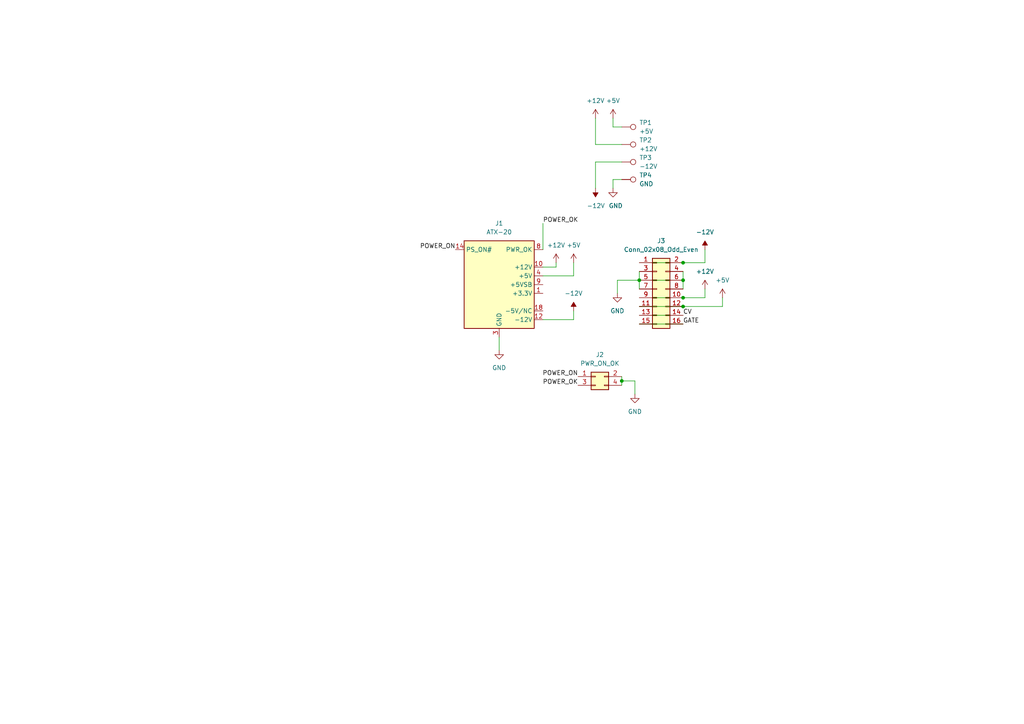
<source format=kicad_sch>
(kicad_sch (version 20211123) (generator eeschema)
  (paper "A4")
  (lib_symbols
    (symbol "Connector:ATX-20"
      (property "Reference" "J" (at -8.89 13.97 0))
      (property "Value" "ATX-20" (at 6.35 13.97 0))
      (symbol "ATX-20_0_1"
        (rectangle (start -10.16 12.7) (end 10.16 -12.7) (stroke (width 0.254)) (fill (type background)))
      )
      (symbol "ATX-20_1_1"
        (pin power_out line (at 12.7 -2.54 180) (length 2.54) (name "+3.3V") (number "1"))
        (pin power_out line (at 12.7 5.08 180) (length 2.54) (name "+12V") (number "10"))
        (pin passive line (at 12.7 -2.54 180) (length 2.54) hide (name "+3.3V") (number "11"))
        (pin power_out line (at 12.7 -10.16 180) (length 2.54) (name "-12V") (number "12"))
        (pin passive line (at 0 -15.24 90) (length 2.54) hide (name "GND") (number "13"))
        (pin open_collector line (at -12.7 10.16 0) (length 2.54) (name "PS_ON#") (number "14"))
        (pin passive line (at 0 -15.24 90) (length 2.54) hide (name "GND") (number "15"))
        (pin passive line (at 0 -15.24 90) (length 2.54) hide (name "GND") (number "16"))
        (pin passive line (at 0 -15.24 90) (length 2.54) hide (name "GND") (number "17"))
        (pin power_out line (at 12.7 -7.62 180) (length 2.54) (name "-5V/NC") (number "18"))
        (pin passive line (at 12.7 2.54 180) (length 2.54) hide (name "+5V") (number "19"))
        (pin passive line (at 12.7 -2.54 180) (length 2.54) hide (name "+3.3V") (number "2"))
        (pin passive line (at 12.7 2.54 180) (length 2.54) hide (name "+5V") (number "20"))
        (pin power_out line (at 0 -15.24 90) (length 2.54) (name "GND") (number "3"))
        (pin power_out line (at 12.7 2.54 180) (length 2.54) (name "+5V") (number "4"))
        (pin passive line (at 0 -15.24 90) (length 2.54) hide (name "GND") (number "5"))
        (pin passive line (at 12.7 2.54 180) (length 2.54) hide (name "+5V") (number "6"))
        (pin passive line (at 0 -15.24 90) (length 2.54) hide (name "GND") (number "7"))
        (pin output line (at 12.7 10.16 180) (length 2.54) (name "PWR_OK") (number "8"))
        (pin power_out line (at 12.7 0 180) (length 2.54) (name "+5VSB") (number "9"))
      )
    )
    (symbol "Connector:TestPoint" (pin_numbers hide) (pin_names (offset 0.762) hide)
      (property "Reference" "TP" (at 0 6.858 0))
      (property "Value" "TestPoint" (at 0 5.08 0))
      (symbol "TestPoint_0_1"
        (circle (center 0 3.302) (radius 0.762))
      )
      (symbol "TestPoint_1_1"
        (pin passive line (at 0 0 90) (length 2.54) (name "1") (number "1"))
      )
    )
    (symbol "Connector_Generic:Conn_02x02_Odd_Even" (pin_names (offset 1.016) hide)
      (property "Reference" "J" (at 1.27 2.54 0))
      (property "Value" "Conn_02x02_Odd_Even" (at 1.27 -5.08 0))
      (symbol "Conn_02x02_Odd_Even_1_1"
        (rectangle (start -1.27 -2.413) (end 0 -2.667) (stroke (width 0.1524)))
        (rectangle (start -1.27 0.127) (end 0 -0.127) (stroke (width 0.1524)))
        (rectangle (start -1.27 1.27) (end 3.81 -3.81) (stroke (width 0.254)) (fill (type background)))
        (rectangle (start 3.81 -2.413) (end 2.54 -2.667) (stroke (width 0.1524)))
        (rectangle (start 3.81 0.127) (end 2.54 -0.127) (stroke (width 0.1524)))
        (pin passive line (at -5.08 0 0) (length 3.81) (name "Pin_1") (number "1"))
        (pin passive line (at 7.62 0 180) (length 3.81) (name "Pin_2") (number "2"))
        (pin passive line (at -5.08 -2.54 0) (length 3.81) (name "Pin_3") (number "3"))
        (pin passive line (at 7.62 -2.54 180) (length 3.81) (name "Pin_4") (number "4"))
      )
    )
    (symbol "Connector_Generic:Conn_02x08_Odd_Even" (pin_names (offset 1.016) hide)
      (property "Reference" "J" (at 1.27 10.16 0))
      (property "Value" "Conn_02x08_Odd_Even" (at 1.27 -12.7 0))
      (symbol "Conn_02x08_Odd_Even_1_1"
        (rectangle (start -1.27 -10.033) (end 0 -10.287) (stroke (width 0.1524)))
        (rectangle (start -1.27 -7.493) (end 0 -7.747) (stroke (width 0.1524)))
        (rectangle (start -1.27 -4.953) (end 0 -5.207) (stroke (width 0.1524)))
        (rectangle (start -1.27 -2.413) (end 0 -2.667) (stroke (width 0.1524)))
        (rectangle (start -1.27 0.127) (end 0 -0.127) (stroke (width 0.1524)))
        (rectangle (start -1.27 2.667) (end 0 2.413) (stroke (width 0.1524)))
        (rectangle (start -1.27 5.207) (end 0 4.953) (stroke (width 0.1524)))
        (rectangle (start -1.27 7.747) (end 0 7.493) (stroke (width 0.1524)))
        (rectangle (start -1.27 8.89) (end 3.81 -11.43) (stroke (width 0.254)) (fill (type background)))
        (rectangle (start 3.81 -10.033) (end 2.54 -10.287) (stroke (width 0.1524)))
        (rectangle (start 3.81 -7.493) (end 2.54 -7.747) (stroke (width 0.1524)))
        (rectangle (start 3.81 -4.953) (end 2.54 -5.207) (stroke (width 0.1524)))
        (rectangle (start 3.81 -2.413) (end 2.54 -2.667) (stroke (width 0.1524)))
        (rectangle (start 3.81 0.127) (end 2.54 -0.127) (stroke (width 0.1524)))
        (rectangle (start 3.81 2.667) (end 2.54 2.413) (stroke (width 0.1524)))
        (rectangle (start 3.81 5.207) (end 2.54 4.953) (stroke (width 0.1524)))
        (rectangle (start 3.81 7.747) (end 2.54 7.493) (stroke (width 0.1524)))
        (pin passive line (at -5.08 7.62 0) (length 3.81) (name "Pin_1") (number "1"))
        (pin passive line (at 7.62 -2.54 180) (length 3.81) (name "Pin_10") (number "10"))
        (pin passive line (at -5.08 -5.08 0) (length 3.81) (name "Pin_11") (number "11"))
        (pin passive line (at 7.62 -5.08 180) (length 3.81) (name "Pin_12") (number "12"))
        (pin passive line (at -5.08 -7.62 0) (length 3.81) (name "Pin_13") (number "13"))
        (pin passive line (at 7.62 -7.62 180) (length 3.81) (name "Pin_14") (number "14"))
        (pin passive line (at -5.08 -10.16 0) (length 3.81) (name "Pin_15") (number "15"))
        (pin passive line (at 7.62 -10.16 180) (length 3.81) (name "Pin_16") (number "16"))
        (pin passive line (at 7.62 7.62 180) (length 3.81) (name "Pin_2") (number "2"))
        (pin passive line (at -5.08 5.08 0) (length 3.81) (name "Pin_3") (number "3"))
        (pin passive line (at 7.62 5.08 180) (length 3.81) (name "Pin_4") (number "4"))
        (pin passive line (at -5.08 2.54 0) (length 3.81) (name "Pin_5") (number "5"))
        (pin passive line (at 7.62 2.54 180) (length 3.81) (name "Pin_6") (number "6"))
        (pin passive line (at -5.08 0 0) (length 3.81) (name "Pin_7") (number "7"))
        (pin passive line (at 7.62 0 180) (length 3.81) (name "Pin_8") (number "8"))
        (pin passive line (at -5.08 -2.54 0) (length 3.81) (name "Pin_9") (number "9"))
      )
    )
    (symbol "power:+12V" (power) (pin_names (offset 0))
      (property "Value" "+12V" (at 0 3.556 0))
      (symbol "+12V_0_1"
        (polyline (pts (xy -0.762 1.27) (xy 0 2.54)))
        (polyline (pts (xy 0 0) (xy 0 2.54)))
        (polyline (pts (xy 0 2.54) (xy 0.762 1.27)))
      )
      (symbol "+12V_1_1"
        (pin power_in line (at 0 0 90) (length 0) hide (name "+12V") (number "1"))
      )
    )
    (symbol "power:+5V" (power) (pin_names (offset 0))
      (property "Value" "+5V" (at 0 3.556 0))
      (symbol "+5V_0_1"
        (polyline (pts (xy -0.762 1.27) (xy 0 2.54)))
        (polyline (pts (xy 0 0) (xy 0 2.54)))
        (polyline (pts (xy 0 2.54) (xy 0.762 1.27)))
      )
      (symbol "+5V_1_1"
        (pin power_in line (at 0 0 90) (length 0) hide (name "+5V") (number "1"))
      )
    )
    (symbol "power:-12V" (power) (pin_names (offset 0))
      (property "Value" "-12V" (at 0 3.81 0))
      (symbol "-12V_0_0"
        (pin power_in line (at 0 0 90) (length 0) hide (name "-12V") (number "1"))
      )
      (symbol "-12V_0_1"
        (polyline (pts (xy 0 0) (xy 0 1.27) (xy 0.762 1.27) (xy 0 2.54) (xy -0.762 1.27) (xy 0 1.27)) (fill (type outline)))
      )
    )
    (symbol "power:GND" (power) (pin_names (offset 0))
      (property "Value" "GND" (at 0 -3.81 0))
      (symbol "GND_0_1"
        (polyline (pts (xy 0 0) (xy 0 -1.27) (xy 1.27 -1.27) (xy 0 -2.54) (xy -1.27 -1.27) (xy 0 -1.27)))
      )
      (symbol "GND_1_1"
        (pin power_in line (at 0 0 270) (length 0) hide (name "GND") (number "1"))
      )
    )
  )
  (junction (at 198.12 76.2))
  (junction (at 198.12 88.9))
  (junction (at 180.34 110.49))
  (junction (at 198.12 81.28))
  (junction (at 198.12 86.36))
  (junction (at 185.42 81.28))
  (wire (pts (xy 204.47 76.2) (xy 204.47 72.39)))
  (wire (pts (xy 209.55 88.9) (xy 209.55 86.36)))
  (wire (pts (xy 185.42 81.28) (xy 185.42 83.82)))
  (wire (pts (xy 177.8 36.83) (xy 177.8 34.29)))
  (wire (pts (xy 172.72 34.29) (xy 172.72 41.91)))
  (wire (pts (xy 180.34 110.49) (xy 180.34 111.76)))
  (wire (pts (xy 157.48 92.71) (xy 166.37 92.71)))
  (wire (pts (xy 198.12 81.28) (xy 198.12 83.82)))
  (wire (pts (xy 185.42 81.28) (xy 179.07 81.28)))
  (wire (pts (xy 204.47 86.36) (xy 204.47 83.82)))
  (wire (pts (xy 144.78 97.79) (xy 144.78 101.6)))
  (wire (pts (xy 185.42 86.36) (xy 198.12 86.36)))
  (wire (pts (xy 198.12 88.9) (xy 209.55 88.9)))
  (wire (pts (xy 185.42 81.28) (xy 198.12 81.28)))
  (wire (pts (xy 166.37 92.71) (xy 166.37 90.17)))
  (wire (pts (xy 166.37 76.2) (xy 166.37 80.01)))
  (wire (pts (xy 180.34 110.49) (xy 184.15 110.49)))
  (wire (pts (xy 172.72 46.99) (xy 180.34 46.99)))
  (wire (pts (xy 166.37 80.01) (xy 157.48 80.01)))
  (wire (pts (xy 180.34 109.22) (xy 180.34 110.49)))
  (wire (pts (xy 185.42 93.98) (xy 198.12 93.98)))
  (wire (pts (xy 172.72 41.91) (xy 180.34 41.91)))
  (wire (pts (xy 180.34 52.07) (xy 177.8 52.07)))
  (wire (pts (xy 185.42 91.44) (xy 198.12 91.44)))
  (wire (pts (xy 198.12 78.74) (xy 198.12 81.28)))
  (wire (pts (xy 185.42 76.2) (xy 198.12 76.2)))
  (wire (pts (xy 185.42 78.74) (xy 185.42 81.28)))
  (wire (pts (xy 184.15 110.49) (xy 184.15 114.3)))
  (wire (pts (xy 180.34 36.83) (xy 177.8 36.83)))
  (wire (pts (xy 198.12 86.36) (xy 204.47 86.36)))
  (wire (pts (xy 179.07 81.28) (xy 179.07 85.09)))
  (wire (pts (xy 157.48 77.47) (xy 161.29 77.47)))
  (wire (pts (xy 172.72 54.61) (xy 172.72 46.99)))
  (wire (pts (xy 157.48 64.77) (xy 157.48 72.39)))
  (wire (pts (xy 177.8 52.07) (xy 177.8 54.61)))
  (wire (pts (xy 185.42 88.9) (xy 198.12 88.9)))
  (wire (pts (xy 198.12 76.2) (xy 204.47 76.2)))
  (wire (pts (xy 161.29 77.47) (xy 161.29 76.2)))
  (label "POWER_ON" (at 167.64 109.22 180))
  (label "CV" (at 198.12 91.44 0))
  (label "POWER_OK" (at 167.64 111.76 180))
  (label "POWER_OK" (at 157.48 64.77 0))
  (label "POWER_ON" (at 132.08 72.39 180))
  (label "GATE" (at 198.12 93.98 0))
  (symbol (lib_id "power:+12V") (at 172.72 34.29 0) (unit 1)
    (property "Reference" "#PWR0107" (effects hide))
    (property "Value" "+12V" (at 172.72 29.21 0))
  )
  (symbol (lib_id "power:+5V") (at 209.55 86.36 0) (unit 1)
    (property "Reference" "#PWR0101" (effects hide))
    (property "Value" "+5V" (at 209.55 81.28 0))
  )
  (symbol (lib_id "power:+5V") (at 166.37 76.2 0) (unit 1)
    (property "Reference" "#PWR0112" (effects hide))
    (property "Value" "+5V" (at 166.37 71.12 0))
  )
  (symbol (lib_id "power:GND") (at 184.15 114.3 0) (unit 1)
    (property "Reference" "#PWR0113" (effects hide))
    (property "Value" "GND" (at 184.15 119.38 0))
  )
  (symbol (lib_id "Connector:TestPoint") (at 180.34 41.91 270) (unit 1)
    (property "Reference" "TP2" (at 185.42 40.6399 90) (effects (justify left)))
    (property "Value" "+12V" (at 185.42 43.1799 90) (effects (justify left)))
    (property "Footprint" "TestPoint:TestPoint_Pad_D4.0mm" (effects hide))
  )
  (symbol (lib_id "power:+12V") (at 204.47 83.82 0) (unit 1)
    (property "Reference" "#PWR0102" (effects hide))
    (property "Value" "+12V" (at 204.47 78.74 0))
  )
  (symbol (lib_id "Connector_Generic:Conn_02x08_Odd_Even") (at 190.5 83.82 0) (unit 1)
    (property "Reference" "J3" (at 191.77 69.85 0))
    (property "Value" "Conn_02x08_Odd_Even" (at 191.77 72.39 0))
    (property "Footprint" "Connector_IDC:IDC-Header_2x08_P2.54mm_Vertical" (effects hide))
  )
  (symbol (lib_id "power:GND") (at 179.07 85.09 0) (unit 1)
    (property "Reference" "#PWR0108" (effects hide))
    (property "Value" "GND" (at 179.07 90.17 0))
  )
  (symbol (lib_id "power:GND") (at 177.8 54.61 0) (unit 1)
    (property "Reference" "#PWR0105" (effects hide))
    (property "Value" "GND" (at 176.53 59.69 0) (effects (justify left)))
  )
  (symbol (lib_id "power:+12V") (at 161.29 76.2 0) (unit 1)
    (property "Reference" "#PWR0110" (effects hide))
    (property "Value" "+12V" (at 161.29 71.12 0))
  )
  (symbol (lib_id "power:-12V") (at 172.72 54.61 180) (unit 1)
    (property "Reference" "#PWR0104" (effects hide))
    (property "Value" "-12V" (at 170.18 59.69 0) (effects (justify right)))
  )
  (symbol (lib_id "power:-12V") (at 204.47 72.39 0) (unit 1)
    (property "Reference" "#PWR0103" (effects hide))
    (property "Value" "-12V" (at 204.47 67.31 0))
  )
  (symbol (lib_id "power:+5V") (at 177.8 34.29 0) (unit 1)
    (property "Reference" "#PWR0106" (effects hide))
    (property "Value" "+5V" (at 177.8 29.21 0))
  )
  (symbol (lib_id "Connector:TestPoint") (at 180.34 52.07 270) (unit 1)
    (property "Reference" "TP4" (at 185.42 50.7999 90) (effects (justify left)))
    (property "Value" "GND" (at 185.42 53.3399 90) (effects (justify left)))
    (property "Footprint" "TestPoint:TestPoint_Pad_D4.0mm" (effects hide))
  )
  (symbol (lib_id "Connector:TestPoint") (at 180.34 36.83 270) (unit 1)
    (property "Reference" "TP1" (at 185.42 35.5599 90) (effects (justify left)))
    (property "Value" "+5V" (at 185.42 38.0999 90) (effects (justify left)))
    (property "Footprint" "TestPoint:TestPoint_Pad_D4.0mm" (effects hide))
  )
  (symbol (lib_id "power:GND") (at 144.78 101.6 0) (unit 1)
    (property "Reference" "#PWR0111" (effects hide))
    (property "Value" "GND" (at 144.78 106.68 0))
  )
  (symbol (lib_id "Connector:ATX-20") (at 144.78 82.55 0) (unit 1)
    (property "Reference" "J1" (at 144.78 64.77 0))
    (property "Value" "ATX-20" (at 144.78 67.31 0))
    (property "Footprint" "Connector_Molex:Molex_Mini-Fit_Jr_5566-20A_2x10_P4.20mm_Vertical" (effects hide))
    (property "Datasheet" "https://web.aub.edu.lb/pub/docs/atx_201.pdf#page=20" (effects hide))
  )
  (symbol (lib_id "Connector_Generic:Conn_02x02_Odd_Even") (at 172.72 109.22 0) (unit 1)
    (property "Reference" "J2" (at 173.99 102.87 0))
    (property "Value" "PWR_ON_OK" (at 173.99 105.41 0))
    (property "Footprint" "Connector_PinHeader_2.54mm:PinHeader_2x02_P2.54mm_Vertical" (effects hide))
  )
  (symbol (lib_id "power:-12V") (at 166.37 90.17 0) (unit 1)
    (property "Reference" "#PWR0109" (effects hide))
    (property "Value" "-12V" (at 166.37 85.09 0))
  )
  (symbol (lib_id "Connector:TestPoint") (at 180.34 46.99 270) (unit 1)
    (property "Reference" "TP3" (at 185.42 45.7199 90) (effects (justify left)))
    (property "Value" "-12V" (at 185.42 48.2599 90) (effects (justify left)))
    (property "Footprint" "TestPoint:TestPoint_Pad_D4.0mm" (effects hide))
  )
)
</source>
